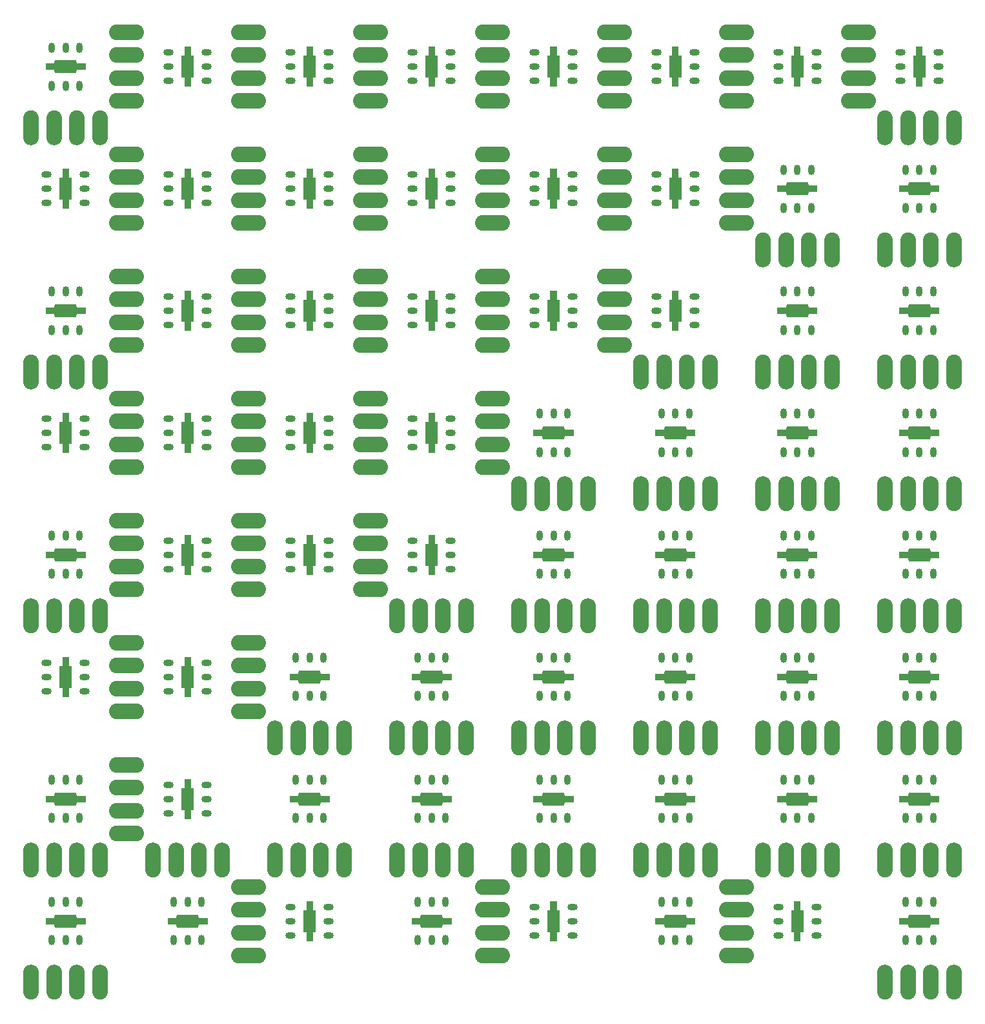
<source format=gts>
G04 DipTrace 2.4.0.2*
%IN64xAPA102x16mm.gts*%
%MOMM*%
%ADD25O,4.55X2.05*%
%ADD26O,1.35X0.85*%
%ADD27O,0.85X1.35*%
%ADD28C,2.05*%
%ADD29O,2.05X4.55*%
%FSLAX53Y53*%
G04*
G71*
G90*
G75*
G01*
%LNTopMask*%
%LPD*%
D29*
X131500Y10000D3*
D28*
Y11250D3*
Y8750D3*
D29*
X134500Y10000D3*
X128500D3*
D28*
Y11250D3*
Y8750D3*
X134500Y11250D3*
Y8750D3*
D29*
X125500Y10000D3*
D28*
Y11250D3*
Y8750D3*
D27*
X16150Y15500D3*
X18000D3*
X19850D3*
Y20500D3*
X18000D3*
X16150D3*
G36*
X20625Y18425D2*
Y17575D1*
X19472D1*
X19422Y17175D1*
X16578D1*
X16528Y17575D1*
X15375D1*
Y18425D1*
X16528D1*
X16578Y18825D1*
X19422D1*
X19472Y18425D1*
X20625D1*
G37*
D29*
X19500Y10000D3*
D28*
Y11250D3*
Y8750D3*
D29*
X22500Y10000D3*
X16500D3*
D28*
Y11250D3*
Y8750D3*
X22500Y11250D3*
Y8750D3*
D29*
X13500Y10000D3*
D28*
Y11250D3*
Y8750D3*
D27*
X16150Y31500D3*
X18000D3*
X19850D3*
Y36500D3*
X18000D3*
X16150D3*
G36*
X20625Y34425D2*
Y33575D1*
X19472D1*
X19422Y33175D1*
X16578D1*
X16528Y33575D1*
X15375D1*
Y34425D1*
X16528D1*
X16578Y34825D1*
X19422D1*
X19472Y34425D1*
X20625D1*
G37*
D29*
X19500Y26000D3*
D28*
Y27250D3*
Y24750D3*
D29*
X22500Y26000D3*
X16500D3*
D28*
Y27250D3*
Y24750D3*
X22500Y27250D3*
Y24750D3*
D29*
X13500Y26000D3*
D28*
Y27250D3*
Y24750D3*
D26*
X31500Y35850D3*
Y34000D3*
Y32150D3*
X36500D3*
Y34000D3*
Y35850D3*
G36*
X34425Y31375D2*
X33575D1*
Y32528D1*
X33175Y32578D1*
Y35422D1*
X33575Y35472D1*
Y36625D1*
X34425D1*
Y35472D1*
X34825Y35422D1*
Y32578D1*
X34425Y32528D1*
Y31375D1*
G37*
D25*
X26000Y32500D3*
D28*
X27250D3*
X24750D3*
D25*
X26000Y29500D3*
Y35500D3*
D28*
X27250D3*
X24750D3*
X27250Y29500D3*
X24750D3*
D25*
X26000Y38500D3*
D28*
X27250D3*
X24750D3*
D27*
X35850Y20500D3*
X34000D3*
X32150D3*
Y15500D3*
X34000D3*
X35850D3*
G36*
X31375Y17575D2*
Y18425D1*
X32528D1*
X32578Y18825D1*
X35422D1*
X35472Y18425D1*
X36625D1*
Y17575D1*
X35472D1*
X35422Y17175D1*
X32578D1*
X32528Y17575D1*
X31375D1*
G37*
D29*
X32500Y26000D3*
D28*
Y24750D3*
Y27250D3*
D29*
X29500Y26000D3*
X35500D3*
D28*
Y24750D3*
Y27250D3*
X29500Y24750D3*
Y27250D3*
D29*
X38500Y26000D3*
D28*
Y24750D3*
Y27250D3*
D26*
X47500Y19850D3*
Y18000D3*
Y16150D3*
X52500D3*
Y18000D3*
Y19850D3*
G36*
X50425Y15375D2*
X49575D1*
Y16528D1*
X49175Y16578D1*
Y19422D1*
X49575Y19472D1*
Y20625D1*
X50425D1*
Y19472D1*
X50825Y19422D1*
Y16578D1*
X50425Y16528D1*
Y15375D1*
G37*
D25*
X42000Y16500D3*
D28*
X43250D3*
X40750D3*
D25*
X42000Y13500D3*
Y19500D3*
D28*
X43250D3*
X40750D3*
X43250Y13500D3*
X40750D3*
D25*
X42000Y22500D3*
D28*
X43250D3*
X40750D3*
D27*
X48150Y31500D3*
X50000D3*
X51850D3*
Y36500D3*
X50000D3*
X48150D3*
G36*
X52625Y34425D2*
Y33575D1*
X51472D1*
X51422Y33175D1*
X48578D1*
X48528Y33575D1*
X47375D1*
Y34425D1*
X48528D1*
X48578Y34825D1*
X51422D1*
X51472Y34425D1*
X52625D1*
G37*
D29*
X51500Y26000D3*
D28*
Y27250D3*
Y24750D3*
D29*
X54500Y26000D3*
X48500D3*
D28*
Y27250D3*
Y24750D3*
X54500Y27250D3*
Y24750D3*
D29*
X45500Y26000D3*
D28*
Y27250D3*
Y24750D3*
D27*
X48150Y47500D3*
X50000D3*
X51850D3*
Y52500D3*
X50000D3*
X48150D3*
G36*
X52625Y50425D2*
Y49575D1*
X51472D1*
X51422Y49175D1*
X48578D1*
X48528Y49575D1*
X47375D1*
Y50425D1*
X48528D1*
X48578Y50825D1*
X51422D1*
X51472Y50425D1*
X52625D1*
G37*
D29*
X51500Y42000D3*
D28*
Y43250D3*
Y40750D3*
D29*
X54500Y42000D3*
X48500D3*
D28*
Y43250D3*
Y40750D3*
X54500Y43250D3*
Y40750D3*
D29*
X45500Y42000D3*
D28*
Y43250D3*
Y40750D3*
D26*
X36500Y48150D3*
Y50000D3*
Y51850D3*
X31500D3*
Y50000D3*
Y48150D3*
G36*
X33575Y52625D2*
X34425D1*
Y51472D1*
X34825Y51422D1*
Y48578D1*
X34425Y48528D1*
Y47375D1*
X33575D1*
Y48528D1*
X33175Y48578D1*
Y51422D1*
X33575Y51472D1*
Y52625D1*
G37*
D25*
X42000Y51500D3*
D28*
X40750D3*
X43250D3*
D25*
X42000Y54500D3*
Y48500D3*
D28*
X40750D3*
X43250D3*
X40750Y54500D3*
X43250D3*
D25*
X42000Y45500D3*
D28*
X40750D3*
X43250D3*
D26*
X20500Y48150D3*
Y50000D3*
Y51850D3*
X15500D3*
Y50000D3*
Y48150D3*
G36*
X17575Y52625D2*
X18425D1*
Y51472D1*
X18825Y51422D1*
Y48578D1*
X18425Y48528D1*
Y47375D1*
X17575D1*
Y48528D1*
X17175Y48578D1*
Y51422D1*
X17575Y51472D1*
Y52625D1*
G37*
D25*
X26000Y51500D3*
D28*
X24750D3*
X27250D3*
D25*
X26000Y54500D3*
Y48500D3*
D28*
X24750D3*
X27250D3*
X24750Y54500D3*
X27250D3*
D25*
X26000Y45500D3*
D28*
X24750D3*
X27250D3*
D27*
X16150Y63500D3*
X18000D3*
X19850D3*
Y68500D3*
X18000D3*
X16150D3*
G36*
X20625Y66425D2*
Y65575D1*
X19472D1*
X19422Y65175D1*
X16578D1*
X16528Y65575D1*
X15375D1*
Y66425D1*
X16528D1*
X16578Y66825D1*
X19422D1*
X19472Y66425D1*
X20625D1*
G37*
D29*
X19500Y58000D3*
D28*
Y59250D3*
Y56750D3*
D29*
X22500Y58000D3*
X16500D3*
D28*
Y59250D3*
Y56750D3*
X22500Y59250D3*
Y56750D3*
D29*
X13500Y58000D3*
D28*
Y59250D3*
Y56750D3*
D26*
X31500Y67850D3*
Y66000D3*
Y64150D3*
X36500D3*
Y66000D3*
Y67850D3*
G36*
X34425Y63375D2*
X33575D1*
Y64528D1*
X33175Y64578D1*
Y67422D1*
X33575Y67472D1*
Y68625D1*
X34425D1*
Y67472D1*
X34825Y67422D1*
Y64578D1*
X34425Y64528D1*
Y63375D1*
G37*
D25*
X26000Y64500D3*
D28*
X27250D3*
X24750D3*
D25*
X26000Y61500D3*
Y67500D3*
D28*
X27250D3*
X24750D3*
X27250Y61500D3*
X24750D3*
D25*
X26000Y70500D3*
D28*
X27250D3*
X24750D3*
D26*
X47500Y67850D3*
Y66000D3*
Y64150D3*
X52500D3*
Y66000D3*
Y67850D3*
G36*
X50425Y63375D2*
X49575D1*
Y64528D1*
X49175Y64578D1*
Y67422D1*
X49575Y67472D1*
Y68625D1*
X50425D1*
Y67472D1*
X50825Y67422D1*
Y64578D1*
X50425Y64528D1*
Y63375D1*
G37*
D25*
X42000Y64500D3*
D28*
X43250D3*
X40750D3*
D25*
X42000Y61500D3*
Y67500D3*
D28*
X43250D3*
X40750D3*
X43250Y61500D3*
X40750D3*
D25*
X42000Y70500D3*
D28*
X43250D3*
X40750D3*
D26*
X63500Y67850D3*
Y66000D3*
Y64150D3*
X68500D3*
Y66000D3*
Y67850D3*
G36*
X66425Y63375D2*
X65575D1*
Y64528D1*
X65175Y64578D1*
Y67422D1*
X65575Y67472D1*
Y68625D1*
X66425D1*
Y67472D1*
X66825Y67422D1*
Y64578D1*
X66425Y64528D1*
Y63375D1*
G37*
D25*
X58000Y64500D3*
D28*
X59250D3*
X56750D3*
D25*
X58000Y61500D3*
Y67500D3*
D28*
X59250D3*
X56750D3*
X59250Y61500D3*
X56750D3*
D25*
X58000Y70500D3*
D28*
X59250D3*
X56750D3*
D27*
X67850Y52500D3*
X66000D3*
X64150D3*
Y47500D3*
X66000D3*
X67850D3*
G36*
X63375Y49575D2*
Y50425D1*
X64528D1*
X64578Y50825D1*
X67422D1*
X67472Y50425D1*
X68625D1*
Y49575D1*
X67472D1*
X67422Y49175D1*
X64578D1*
X64528Y49575D1*
X63375D1*
G37*
D29*
X64500Y58000D3*
D28*
Y56750D3*
Y59250D3*
D29*
X61500Y58000D3*
X67500D3*
D28*
Y56750D3*
Y59250D3*
X61500Y56750D3*
Y59250D3*
D29*
X70500Y58000D3*
D28*
Y56750D3*
Y59250D3*
D27*
X67850Y36500D3*
X66000D3*
X64150D3*
Y31500D3*
X66000D3*
X67850D3*
G36*
X63375Y33575D2*
Y34425D1*
X64528D1*
X64578Y34825D1*
X67422D1*
X67472Y34425D1*
X68625D1*
Y33575D1*
X67472D1*
X67422Y33175D1*
X64578D1*
X64528Y33575D1*
X63375D1*
G37*
D29*
X64500Y42000D3*
D28*
Y40750D3*
Y43250D3*
D29*
X61500Y42000D3*
X67500D3*
D28*
Y40750D3*
Y43250D3*
X61500Y40750D3*
Y43250D3*
D29*
X70500Y42000D3*
D28*
Y40750D3*
Y43250D3*
D27*
X67850Y20500D3*
X66000D3*
X64150D3*
Y15500D3*
X66000D3*
X67850D3*
G36*
X63375Y17575D2*
Y18425D1*
X64528D1*
X64578Y18825D1*
X67422D1*
X67472Y18425D1*
X68625D1*
Y17575D1*
X67472D1*
X67422Y17175D1*
X64578D1*
X64528Y17575D1*
X63375D1*
G37*
D29*
X64500Y26000D3*
D28*
Y24750D3*
Y27250D3*
D29*
X61500Y26000D3*
X67500D3*
D28*
Y24750D3*
Y27250D3*
X61500Y24750D3*
Y27250D3*
D29*
X70500Y26000D3*
D28*
Y24750D3*
Y27250D3*
D26*
X79500Y19850D3*
Y18000D3*
Y16150D3*
X84500D3*
Y18000D3*
Y19850D3*
G36*
X82425Y15375D2*
X81575D1*
Y16528D1*
X81175Y16578D1*
Y19422D1*
X81575Y19472D1*
Y20625D1*
X82425D1*
Y19472D1*
X82825Y19422D1*
Y16578D1*
X82425Y16528D1*
Y15375D1*
G37*
D25*
X74000Y16500D3*
D28*
X75250D3*
X72750D3*
D25*
X74000Y13500D3*
Y19500D3*
D28*
X75250D3*
X72750D3*
X75250Y13500D3*
X72750D3*
D25*
X74000Y22500D3*
D28*
X75250D3*
X72750D3*
D27*
X80150Y31500D3*
X82000D3*
X83850D3*
Y36500D3*
X82000D3*
X80150D3*
G36*
X84625Y34425D2*
Y33575D1*
X83472D1*
X83422Y33175D1*
X80578D1*
X80528Y33575D1*
X79375D1*
Y34425D1*
X80528D1*
X80578Y34825D1*
X83422D1*
X83472Y34425D1*
X84625D1*
G37*
D29*
X83500Y26000D3*
D28*
Y27250D3*
Y24750D3*
D29*
X86500Y26000D3*
X80500D3*
D28*
Y27250D3*
Y24750D3*
X86500Y27250D3*
Y24750D3*
D29*
X77500Y26000D3*
D28*
Y27250D3*
Y24750D3*
D27*
X80150Y47500D3*
X82000D3*
X83850D3*
Y52500D3*
X82000D3*
X80150D3*
G36*
X84625Y50425D2*
Y49575D1*
X83472D1*
X83422Y49175D1*
X80578D1*
X80528Y49575D1*
X79375D1*
Y50425D1*
X80528D1*
X80578Y50825D1*
X83422D1*
X83472Y50425D1*
X84625D1*
G37*
D29*
X83500Y42000D3*
D28*
Y43250D3*
Y40750D3*
D29*
X86500Y42000D3*
X80500D3*
D28*
Y43250D3*
Y40750D3*
X86500Y43250D3*
Y40750D3*
D29*
X77500Y42000D3*
D28*
Y43250D3*
Y40750D3*
D27*
X80150Y63500D3*
X82000D3*
X83850D3*
Y68500D3*
X82000D3*
X80150D3*
G36*
X84625Y66425D2*
Y65575D1*
X83472D1*
X83422Y65175D1*
X80578D1*
X80528Y65575D1*
X79375D1*
Y66425D1*
X80528D1*
X80578Y66825D1*
X83422D1*
X83472Y66425D1*
X84625D1*
G37*
D29*
X83500Y58000D3*
D28*
Y59250D3*
Y56750D3*
D29*
X86500Y58000D3*
X80500D3*
D28*
Y59250D3*
Y56750D3*
X86500Y59250D3*
Y56750D3*
D29*
X77500Y58000D3*
D28*
Y59250D3*
Y56750D3*
D27*
X80150Y79500D3*
X82000D3*
X83850D3*
Y84500D3*
X82000D3*
X80150D3*
G36*
X84625Y82425D2*
Y81575D1*
X83472D1*
X83422Y81175D1*
X80578D1*
X80528Y81575D1*
X79375D1*
Y82425D1*
X80528D1*
X80578Y82825D1*
X83422D1*
X83472Y82425D1*
X84625D1*
G37*
D29*
X83500Y74000D3*
D28*
Y75250D3*
Y72750D3*
D29*
X86500Y74000D3*
X80500D3*
D28*
Y75250D3*
Y72750D3*
X86500Y75250D3*
Y72750D3*
D29*
X77500Y74000D3*
D28*
Y75250D3*
Y72750D3*
D26*
X68500Y80150D3*
Y82000D3*
Y83850D3*
X63500D3*
Y82000D3*
Y80150D3*
G36*
X65575Y84625D2*
X66425D1*
Y83472D1*
X66825Y83422D1*
Y80578D1*
X66425Y80528D1*
Y79375D1*
X65575D1*
Y80528D1*
X65175Y80578D1*
Y83422D1*
X65575Y83472D1*
Y84625D1*
G37*
D25*
X74000Y83500D3*
D28*
X72750D3*
X75250D3*
D25*
X74000Y86500D3*
Y80500D3*
D28*
X72750D3*
X75250D3*
X72750Y86500D3*
X75250D3*
D25*
X74000Y77500D3*
D28*
X72750D3*
X75250D3*
D26*
X52500Y80150D3*
Y82000D3*
Y83850D3*
X47500D3*
Y82000D3*
Y80150D3*
G36*
X49575Y84625D2*
X50425D1*
Y83472D1*
X50825Y83422D1*
Y80578D1*
X50425Y80528D1*
Y79375D1*
X49575D1*
Y80528D1*
X49175Y80578D1*
Y83422D1*
X49575Y83472D1*
Y84625D1*
G37*
D25*
X58000Y83500D3*
D28*
X56750D3*
X59250D3*
D25*
X58000Y86500D3*
Y80500D3*
D28*
X56750D3*
X59250D3*
X56750Y86500D3*
X59250D3*
D25*
X58000Y77500D3*
D28*
X56750D3*
X59250D3*
D26*
X36500Y80150D3*
Y82000D3*
Y83850D3*
X31500D3*
Y82000D3*
Y80150D3*
G36*
X33575Y84625D2*
X34425D1*
Y83472D1*
X34825Y83422D1*
Y80578D1*
X34425Y80528D1*
Y79375D1*
X33575D1*
Y80528D1*
X33175Y80578D1*
Y83422D1*
X33575Y83472D1*
Y84625D1*
G37*
D25*
X42000Y83500D3*
D28*
X40750D3*
X43250D3*
D25*
X42000Y86500D3*
Y80500D3*
D28*
X40750D3*
X43250D3*
X40750Y86500D3*
X43250D3*
D25*
X42000Y77500D3*
D28*
X40750D3*
X43250D3*
D26*
X20500Y80150D3*
Y82000D3*
Y83850D3*
X15500D3*
Y82000D3*
Y80150D3*
G36*
X17575Y84625D2*
X18425D1*
Y83472D1*
X18825Y83422D1*
Y80578D1*
X18425Y80528D1*
Y79375D1*
X17575D1*
Y80528D1*
X17175Y80578D1*
Y83422D1*
X17575Y83472D1*
Y84625D1*
G37*
D25*
X26000Y83500D3*
D28*
X24750D3*
X27250D3*
D25*
X26000Y86500D3*
Y80500D3*
D28*
X24750D3*
X27250D3*
X24750Y86500D3*
X27250D3*
D25*
X26000Y77500D3*
D28*
X24750D3*
X27250D3*
D27*
X16150Y95500D3*
X18000D3*
X19850D3*
Y100500D3*
X18000D3*
X16150D3*
G36*
X20625Y98425D2*
Y97575D1*
X19472D1*
X19422Y97175D1*
X16578D1*
X16528Y97575D1*
X15375D1*
Y98425D1*
X16528D1*
X16578Y98825D1*
X19422D1*
X19472Y98425D1*
X20625D1*
G37*
D29*
X19500Y90000D3*
D28*
Y91250D3*
Y88750D3*
D29*
X22500Y90000D3*
X16500D3*
D28*
Y91250D3*
Y88750D3*
X22500Y91250D3*
Y88750D3*
D29*
X13500Y90000D3*
D28*
Y91250D3*
Y88750D3*
D26*
X31500Y99850D3*
Y98000D3*
Y96150D3*
X36500D3*
Y98000D3*
Y99850D3*
G36*
X34425Y95375D2*
X33575D1*
Y96528D1*
X33175Y96578D1*
Y99422D1*
X33575Y99472D1*
Y100625D1*
X34425D1*
Y99472D1*
X34825Y99422D1*
Y96578D1*
X34425Y96528D1*
Y95375D1*
G37*
D25*
X26000Y96500D3*
D28*
X27250D3*
X24750D3*
D25*
X26000Y93500D3*
Y99500D3*
D28*
X27250D3*
X24750D3*
X27250Y93500D3*
X24750D3*
D25*
X26000Y102500D3*
D28*
X27250D3*
X24750D3*
D26*
X47500Y99850D3*
Y98000D3*
Y96150D3*
X52500D3*
Y98000D3*
Y99850D3*
G36*
X50425Y95375D2*
X49575D1*
Y96528D1*
X49175Y96578D1*
Y99422D1*
X49575Y99472D1*
Y100625D1*
X50425D1*
Y99472D1*
X50825Y99422D1*
Y96578D1*
X50425Y96528D1*
Y95375D1*
G37*
D25*
X42000Y96500D3*
D28*
X43250D3*
X40750D3*
D25*
X42000Y93500D3*
Y99500D3*
D28*
X43250D3*
X40750D3*
X43250Y93500D3*
X40750D3*
D25*
X42000Y102500D3*
D28*
X43250D3*
X40750D3*
D26*
X63500Y99850D3*
Y98000D3*
Y96150D3*
X68500D3*
Y98000D3*
Y99850D3*
G36*
X66425Y95375D2*
X65575D1*
Y96528D1*
X65175Y96578D1*
Y99422D1*
X65575Y99472D1*
Y100625D1*
X66425D1*
Y99472D1*
X66825Y99422D1*
Y96578D1*
X66425Y96528D1*
Y95375D1*
G37*
D25*
X58000Y96500D3*
D28*
X59250D3*
X56750D3*
D25*
X58000Y93500D3*
Y99500D3*
D28*
X59250D3*
X56750D3*
X59250Y93500D3*
X56750D3*
D25*
X58000Y102500D3*
D28*
X59250D3*
X56750D3*
D26*
X79500Y99850D3*
Y98000D3*
Y96150D3*
X84500D3*
Y98000D3*
Y99850D3*
G36*
X82425Y95375D2*
X81575D1*
Y96528D1*
X81175Y96578D1*
Y99422D1*
X81575Y99472D1*
Y100625D1*
X82425D1*
Y99472D1*
X82825Y99422D1*
Y96578D1*
X82425Y96528D1*
Y95375D1*
G37*
D25*
X74000Y96500D3*
D28*
X75250D3*
X72750D3*
D25*
X74000Y93500D3*
Y99500D3*
D28*
X75250D3*
X72750D3*
X75250Y93500D3*
X72750D3*
D25*
X74000Y102500D3*
D28*
X75250D3*
X72750D3*
D26*
X95500Y99850D3*
Y98000D3*
Y96150D3*
X100500D3*
Y98000D3*
Y99850D3*
G36*
X98425Y95375D2*
X97575D1*
Y96528D1*
X97175Y96578D1*
Y99422D1*
X97575Y99472D1*
Y100625D1*
X98425D1*
Y99472D1*
X98825Y99422D1*
Y96578D1*
X98425Y96528D1*
Y95375D1*
G37*
D25*
X90000Y96500D3*
D28*
X91250D3*
X88750D3*
D25*
X90000Y93500D3*
Y99500D3*
D28*
X91250D3*
X88750D3*
X91250Y93500D3*
X88750D3*
D25*
X90000Y102500D3*
D28*
X91250D3*
X88750D3*
D27*
X99850Y84500D3*
X98000D3*
X96150D3*
Y79500D3*
X98000D3*
X99850D3*
G36*
X95375Y81575D2*
Y82425D1*
X96528D1*
X96578Y82825D1*
X99422D1*
X99472Y82425D1*
X100625D1*
Y81575D1*
X99472D1*
X99422Y81175D1*
X96578D1*
X96528Y81575D1*
X95375D1*
G37*
D29*
X96500Y90000D3*
D28*
Y88750D3*
Y91250D3*
D29*
X93500Y90000D3*
X99500D3*
D28*
Y88750D3*
Y91250D3*
X93500Y88750D3*
Y91250D3*
D29*
X102500Y90000D3*
D28*
Y88750D3*
Y91250D3*
D27*
X99850Y68500D3*
X98000D3*
X96150D3*
Y63500D3*
X98000D3*
X99850D3*
G36*
X95375Y65575D2*
Y66425D1*
X96528D1*
X96578Y66825D1*
X99422D1*
X99472Y66425D1*
X100625D1*
Y65575D1*
X99472D1*
X99422Y65175D1*
X96578D1*
X96528Y65575D1*
X95375D1*
G37*
D29*
X96500Y74000D3*
D28*
Y72750D3*
Y75250D3*
D29*
X93500Y74000D3*
X99500D3*
D28*
Y72750D3*
Y75250D3*
X93500Y72750D3*
Y75250D3*
D29*
X102500Y74000D3*
D28*
Y72750D3*
Y75250D3*
D27*
X99850Y52500D3*
X98000D3*
X96150D3*
Y47500D3*
X98000D3*
X99850D3*
G36*
X95375Y49575D2*
Y50425D1*
X96528D1*
X96578Y50825D1*
X99422D1*
X99472Y50425D1*
X100625D1*
Y49575D1*
X99472D1*
X99422Y49175D1*
X96578D1*
X96528Y49575D1*
X95375D1*
G37*
D29*
X96500Y58000D3*
D28*
Y56750D3*
Y59250D3*
D29*
X93500Y58000D3*
X99500D3*
D28*
Y56750D3*
Y59250D3*
X93500Y56750D3*
Y59250D3*
D29*
X102500Y58000D3*
D28*
Y56750D3*
Y59250D3*
D27*
X99850Y36500D3*
X98000D3*
X96150D3*
Y31500D3*
X98000D3*
X99850D3*
G36*
X95375Y33575D2*
Y34425D1*
X96528D1*
X96578Y34825D1*
X99422D1*
X99472Y34425D1*
X100625D1*
Y33575D1*
X99472D1*
X99422Y33175D1*
X96578D1*
X96528Y33575D1*
X95375D1*
G37*
D29*
X96500Y42000D3*
D28*
Y40750D3*
Y43250D3*
D29*
X93500Y42000D3*
X99500D3*
D28*
Y40750D3*
Y43250D3*
X93500Y40750D3*
Y43250D3*
D29*
X102500Y42000D3*
D28*
Y40750D3*
Y43250D3*
D27*
X99850Y20500D3*
X98000D3*
X96150D3*
Y15500D3*
X98000D3*
X99850D3*
G36*
X95375Y17575D2*
Y18425D1*
X96528D1*
X96578Y18825D1*
X99422D1*
X99472Y18425D1*
X100625D1*
Y17575D1*
X99472D1*
X99422Y17175D1*
X96578D1*
X96528Y17575D1*
X95375D1*
G37*
D29*
X96500Y26000D3*
D28*
Y24750D3*
Y27250D3*
D29*
X93500Y26000D3*
X99500D3*
D28*
Y24750D3*
Y27250D3*
X93500Y24750D3*
Y27250D3*
D29*
X102500Y26000D3*
D28*
Y24750D3*
Y27250D3*
D26*
X111500Y19850D3*
Y18000D3*
Y16150D3*
X116500D3*
Y18000D3*
Y19850D3*
G36*
X114425Y15375D2*
X113575D1*
Y16528D1*
X113175Y16578D1*
Y19422D1*
X113575Y19472D1*
Y20625D1*
X114425D1*
Y19472D1*
X114825Y19422D1*
Y16578D1*
X114425Y16528D1*
Y15375D1*
G37*
D25*
X106000Y16500D3*
D28*
X107250D3*
X104750D3*
D25*
X106000Y13500D3*
Y19500D3*
D28*
X107250D3*
X104750D3*
X107250Y13500D3*
X104750D3*
D25*
X106000Y22500D3*
D28*
X107250D3*
X104750D3*
D27*
X112150Y31500D3*
X114000D3*
X115850D3*
Y36500D3*
X114000D3*
X112150D3*
G36*
X116625Y34425D2*
Y33575D1*
X115472D1*
X115422Y33175D1*
X112578D1*
X112528Y33575D1*
X111375D1*
Y34425D1*
X112528D1*
X112578Y34825D1*
X115422D1*
X115472Y34425D1*
X116625D1*
G37*
D29*
X115500Y26000D3*
D28*
Y27250D3*
Y24750D3*
D29*
X118500Y26000D3*
X112500D3*
D28*
Y27250D3*
Y24750D3*
X118500Y27250D3*
Y24750D3*
D29*
X109500Y26000D3*
D28*
Y27250D3*
Y24750D3*
D27*
X112150Y47500D3*
X114000D3*
X115850D3*
Y52500D3*
X114000D3*
X112150D3*
G36*
X116625Y50425D2*
Y49575D1*
X115472D1*
X115422Y49175D1*
X112578D1*
X112528Y49575D1*
X111375D1*
Y50425D1*
X112528D1*
X112578Y50825D1*
X115422D1*
X115472Y50425D1*
X116625D1*
G37*
D29*
X115500Y42000D3*
D28*
Y43250D3*
Y40750D3*
D29*
X118500Y42000D3*
X112500D3*
D28*
Y43250D3*
Y40750D3*
X118500Y43250D3*
Y40750D3*
D29*
X109500Y42000D3*
D28*
Y43250D3*
Y40750D3*
D27*
X112150Y63500D3*
X114000D3*
X115850D3*
Y68500D3*
X114000D3*
X112150D3*
G36*
X116625Y66425D2*
Y65575D1*
X115472D1*
X115422Y65175D1*
X112578D1*
X112528Y65575D1*
X111375D1*
Y66425D1*
X112528D1*
X112578Y66825D1*
X115422D1*
X115472Y66425D1*
X116625D1*
G37*
D29*
X115500Y58000D3*
D28*
Y59250D3*
Y56750D3*
D29*
X118500Y58000D3*
X112500D3*
D28*
Y59250D3*
Y56750D3*
X118500Y59250D3*
Y56750D3*
D29*
X109500Y58000D3*
D28*
Y59250D3*
Y56750D3*
D27*
X112150Y79500D3*
X114000D3*
X115850D3*
Y84500D3*
X114000D3*
X112150D3*
G36*
X116625Y82425D2*
Y81575D1*
X115472D1*
X115422Y81175D1*
X112578D1*
X112528Y81575D1*
X111375D1*
Y82425D1*
X112528D1*
X112578Y82825D1*
X115422D1*
X115472Y82425D1*
X116625D1*
G37*
D29*
X115500Y74000D3*
D28*
Y75250D3*
Y72750D3*
D29*
X118500Y74000D3*
X112500D3*
D28*
Y75250D3*
Y72750D3*
X118500Y75250D3*
Y72750D3*
D29*
X109500Y74000D3*
D28*
Y75250D3*
Y72750D3*
D27*
X112150Y95500D3*
X114000D3*
X115850D3*
Y100500D3*
X114000D3*
X112150D3*
G36*
X116625Y98425D2*
Y97575D1*
X115472D1*
X115422Y97175D1*
X112578D1*
X112528Y97575D1*
X111375D1*
Y98425D1*
X112528D1*
X112578Y98825D1*
X115422D1*
X115472Y98425D1*
X116625D1*
G37*
D29*
X115500Y90000D3*
D28*
Y91250D3*
Y88750D3*
D29*
X118500Y90000D3*
X112500D3*
D28*
Y91250D3*
Y88750D3*
X118500Y91250D3*
Y88750D3*
D29*
X109500Y90000D3*
D28*
Y91250D3*
Y88750D3*
D27*
X112150Y111500D3*
X114000D3*
X115850D3*
Y116500D3*
X114000D3*
X112150D3*
G36*
X116625Y114425D2*
Y113575D1*
X115472D1*
X115422Y113175D1*
X112578D1*
X112528Y113575D1*
X111375D1*
Y114425D1*
X112528D1*
X112578Y114825D1*
X115422D1*
X115472Y114425D1*
X116625D1*
G37*
D29*
X115500Y106000D3*
D28*
Y107250D3*
Y104750D3*
D29*
X118500Y106000D3*
X112500D3*
D28*
Y107250D3*
Y104750D3*
X118500Y107250D3*
Y104750D3*
D29*
X109500Y106000D3*
D28*
Y107250D3*
Y104750D3*
D26*
X100500Y112150D3*
Y114000D3*
Y115850D3*
X95500D3*
Y114000D3*
Y112150D3*
G36*
X97575Y116625D2*
X98425D1*
Y115472D1*
X98825Y115422D1*
Y112578D1*
X98425Y112528D1*
Y111375D1*
X97575D1*
Y112528D1*
X97175Y112578D1*
Y115422D1*
X97575Y115472D1*
Y116625D1*
G37*
D25*
X106000Y115500D3*
D28*
X104750D3*
X107250D3*
D25*
X106000Y118500D3*
Y112500D3*
D28*
X104750D3*
X107250D3*
X104750Y118500D3*
X107250D3*
D25*
X106000Y109500D3*
D28*
X104750D3*
X107250D3*
D26*
X84500Y112150D3*
Y114000D3*
Y115850D3*
X79500D3*
Y114000D3*
Y112150D3*
G36*
X81575Y116625D2*
X82425D1*
Y115472D1*
X82825Y115422D1*
Y112578D1*
X82425Y112528D1*
Y111375D1*
X81575D1*
Y112528D1*
X81175Y112578D1*
Y115422D1*
X81575Y115472D1*
Y116625D1*
G37*
D25*
X90000Y115500D3*
D28*
X88750D3*
X91250D3*
D25*
X90000Y118500D3*
Y112500D3*
D28*
X88750D3*
X91250D3*
X88750Y118500D3*
X91250D3*
D25*
X90000Y109500D3*
D28*
X88750D3*
X91250D3*
D26*
X68500Y112150D3*
Y114000D3*
Y115850D3*
X63500D3*
Y114000D3*
Y112150D3*
G36*
X65575Y116625D2*
X66425D1*
Y115472D1*
X66825Y115422D1*
Y112578D1*
X66425Y112528D1*
Y111375D1*
X65575D1*
Y112528D1*
X65175Y112578D1*
Y115422D1*
X65575Y115472D1*
Y116625D1*
G37*
D25*
X74000Y115500D3*
D28*
X72750D3*
X75250D3*
D25*
X74000Y118500D3*
Y112500D3*
D28*
X72750D3*
X75250D3*
X72750Y118500D3*
X75250D3*
D25*
X74000Y109500D3*
D28*
X72750D3*
X75250D3*
D26*
X52500Y112150D3*
Y114000D3*
Y115850D3*
X47500D3*
Y114000D3*
Y112150D3*
G36*
X49575Y116625D2*
X50425D1*
Y115472D1*
X50825Y115422D1*
Y112578D1*
X50425Y112528D1*
Y111375D1*
X49575D1*
Y112528D1*
X49175Y112578D1*
Y115422D1*
X49575Y115472D1*
Y116625D1*
G37*
D25*
X58000Y115500D3*
D28*
X56750D3*
X59250D3*
D25*
X58000Y118500D3*
Y112500D3*
D28*
X56750D3*
X59250D3*
X56750Y118500D3*
X59250D3*
D25*
X58000Y109500D3*
D28*
X56750D3*
X59250D3*
D26*
X36500Y112150D3*
Y114000D3*
Y115850D3*
X31500D3*
Y114000D3*
Y112150D3*
G36*
X33575Y116625D2*
X34425D1*
Y115472D1*
X34825Y115422D1*
Y112578D1*
X34425Y112528D1*
Y111375D1*
X33575D1*
Y112528D1*
X33175Y112578D1*
Y115422D1*
X33575Y115472D1*
Y116625D1*
G37*
D25*
X42000Y115500D3*
D28*
X40750D3*
X43250D3*
D25*
X42000Y118500D3*
Y112500D3*
D28*
X40750D3*
X43250D3*
X40750Y118500D3*
X43250D3*
D25*
X42000Y109500D3*
D28*
X40750D3*
X43250D3*
D26*
X20500Y112150D3*
Y114000D3*
Y115850D3*
X15500D3*
Y114000D3*
Y112150D3*
G36*
X17575Y116625D2*
X18425D1*
Y115472D1*
X18825Y115422D1*
Y112578D1*
X18425Y112528D1*
Y111375D1*
X17575D1*
Y112528D1*
X17175Y112578D1*
Y115422D1*
X17575Y115472D1*
Y116625D1*
G37*
D25*
X26000Y115500D3*
D28*
X24750D3*
X27250D3*
D25*
X26000Y118500D3*
Y112500D3*
D28*
X24750D3*
X27250D3*
X24750Y118500D3*
X27250D3*
D25*
X26000Y109500D3*
D28*
X24750D3*
X27250D3*
D27*
X16150Y127500D3*
X18000D3*
X19850D3*
Y132500D3*
X18000D3*
X16150D3*
G36*
X20625Y130425D2*
Y129575D1*
X19472D1*
X19422Y129175D1*
X16578D1*
X16528Y129575D1*
X15375D1*
Y130425D1*
X16528D1*
X16578Y130825D1*
X19422D1*
X19472Y130425D1*
X20625D1*
G37*
D29*
X19500Y122000D3*
D28*
Y123250D3*
Y120750D3*
D29*
X22500Y122000D3*
X16500D3*
D28*
Y123250D3*
Y120750D3*
X22500Y123250D3*
Y120750D3*
D29*
X13500Y122000D3*
D28*
Y123250D3*
Y120750D3*
D26*
X31500Y131850D3*
Y130000D3*
Y128150D3*
X36500D3*
Y130000D3*
Y131850D3*
G36*
X34425Y127375D2*
X33575D1*
Y128528D1*
X33175Y128578D1*
Y131422D1*
X33575Y131472D1*
Y132625D1*
X34425D1*
Y131472D1*
X34825Y131422D1*
Y128578D1*
X34425Y128528D1*
Y127375D1*
G37*
D25*
X26000Y128500D3*
D28*
X27250D3*
X24750D3*
D25*
X26000Y125500D3*
Y131500D3*
D28*
X27250D3*
X24750D3*
X27250Y125500D3*
X24750D3*
D25*
X26000Y134500D3*
D28*
X27250D3*
X24750D3*
D26*
X47500Y131850D3*
Y130000D3*
Y128150D3*
X52500D3*
Y130000D3*
Y131850D3*
G36*
X50425Y127375D2*
X49575D1*
Y128528D1*
X49175Y128578D1*
Y131422D1*
X49575Y131472D1*
Y132625D1*
X50425D1*
Y131472D1*
X50825Y131422D1*
Y128578D1*
X50425Y128528D1*
Y127375D1*
G37*
D25*
X42000Y128500D3*
D28*
X43250D3*
X40750D3*
D25*
X42000Y125500D3*
Y131500D3*
D28*
X43250D3*
X40750D3*
X43250Y125500D3*
X40750D3*
D25*
X42000Y134500D3*
D28*
X43250D3*
X40750D3*
D26*
X63500Y131850D3*
Y130000D3*
Y128150D3*
X68500D3*
Y130000D3*
Y131850D3*
G36*
X66425Y127375D2*
X65575D1*
Y128528D1*
X65175Y128578D1*
Y131422D1*
X65575Y131472D1*
Y132625D1*
X66425D1*
Y131472D1*
X66825Y131422D1*
Y128578D1*
X66425Y128528D1*
Y127375D1*
G37*
D25*
X58000Y128500D3*
D28*
X59250D3*
X56750D3*
D25*
X58000Y125500D3*
Y131500D3*
D28*
X59250D3*
X56750D3*
X59250Y125500D3*
X56750D3*
D25*
X58000Y134500D3*
D28*
X59250D3*
X56750D3*
D26*
X79500Y131850D3*
Y130000D3*
Y128150D3*
X84500D3*
Y130000D3*
Y131850D3*
G36*
X82425Y127375D2*
X81575D1*
Y128528D1*
X81175Y128578D1*
Y131422D1*
X81575Y131472D1*
Y132625D1*
X82425D1*
Y131472D1*
X82825Y131422D1*
Y128578D1*
X82425Y128528D1*
Y127375D1*
G37*
D25*
X74000Y128500D3*
D28*
X75250D3*
X72750D3*
D25*
X74000Y125500D3*
Y131500D3*
D28*
X75250D3*
X72750D3*
X75250Y125500D3*
X72750D3*
D25*
X74000Y134500D3*
D28*
X75250D3*
X72750D3*
D26*
X95500Y131850D3*
Y130000D3*
Y128150D3*
X100500D3*
Y130000D3*
Y131850D3*
G36*
X98425Y127375D2*
X97575D1*
Y128528D1*
X97175Y128578D1*
Y131422D1*
X97575Y131472D1*
Y132625D1*
X98425D1*
Y131472D1*
X98825Y131422D1*
Y128578D1*
X98425Y128528D1*
Y127375D1*
G37*
D25*
X90000Y128500D3*
D28*
X91250D3*
X88750D3*
D25*
X90000Y125500D3*
Y131500D3*
D28*
X91250D3*
X88750D3*
X91250Y125500D3*
X88750D3*
D25*
X90000Y134500D3*
D28*
X91250D3*
X88750D3*
D26*
X111500Y131850D3*
Y130000D3*
Y128150D3*
X116500D3*
Y130000D3*
Y131850D3*
G36*
X114425Y127375D2*
X113575D1*
Y128528D1*
X113175Y128578D1*
Y131422D1*
X113575Y131472D1*
Y132625D1*
X114425D1*
Y131472D1*
X114825Y131422D1*
Y128578D1*
X114425Y128528D1*
Y127375D1*
G37*
D25*
X106000Y128500D3*
D28*
X107250D3*
X104750D3*
D25*
X106000Y125500D3*
Y131500D3*
D28*
X107250D3*
X104750D3*
X107250Y125500D3*
X104750D3*
D25*
X106000Y134500D3*
D28*
X107250D3*
X104750D3*
D26*
X127500Y131850D3*
Y130000D3*
Y128150D3*
X132500D3*
Y130000D3*
Y131850D3*
G36*
X130425Y127375D2*
X129575D1*
Y128528D1*
X129175Y128578D1*
Y131422D1*
X129575Y131472D1*
Y132625D1*
X130425D1*
Y131472D1*
X130825Y131422D1*
Y128578D1*
X130425Y128528D1*
Y127375D1*
G37*
D25*
X122000Y128500D3*
D28*
X123250D3*
X120750D3*
D25*
X122000Y125500D3*
Y131500D3*
D28*
X123250D3*
X120750D3*
X123250Y125500D3*
X120750D3*
D25*
X122000Y134500D3*
D28*
X123250D3*
X120750D3*
D27*
X131850Y116500D3*
X130000D3*
X128150D3*
Y111500D3*
X130000D3*
X131850D3*
G36*
X127375Y113575D2*
Y114425D1*
X128528D1*
X128578Y114825D1*
X131422D1*
X131472Y114425D1*
X132625D1*
Y113575D1*
X131472D1*
X131422Y113175D1*
X128578D1*
X128528Y113575D1*
X127375D1*
G37*
D29*
X128500Y122000D3*
D28*
Y120750D3*
Y123250D3*
D29*
X125500Y122000D3*
X131500D3*
D28*
Y120750D3*
Y123250D3*
X125500Y120750D3*
Y123250D3*
D29*
X134500Y122000D3*
D28*
Y120750D3*
Y123250D3*
D27*
X131850Y100500D3*
X130000D3*
X128150D3*
Y95500D3*
X130000D3*
X131850D3*
G36*
X127375Y97575D2*
Y98425D1*
X128528D1*
X128578Y98825D1*
X131422D1*
X131472Y98425D1*
X132625D1*
Y97575D1*
X131472D1*
X131422Y97175D1*
X128578D1*
X128528Y97575D1*
X127375D1*
G37*
D29*
X128500Y106000D3*
D28*
Y104750D3*
Y107250D3*
D29*
X125500Y106000D3*
X131500D3*
D28*
Y104750D3*
Y107250D3*
X125500Y104750D3*
Y107250D3*
D29*
X134500Y106000D3*
D28*
Y104750D3*
Y107250D3*
D27*
X131850Y84500D3*
X130000D3*
X128150D3*
Y79500D3*
X130000D3*
X131850D3*
G36*
X127375Y81575D2*
Y82425D1*
X128528D1*
X128578Y82825D1*
X131422D1*
X131472Y82425D1*
X132625D1*
Y81575D1*
X131472D1*
X131422Y81175D1*
X128578D1*
X128528Y81575D1*
X127375D1*
G37*
D29*
X128500Y90000D3*
D28*
Y88750D3*
Y91250D3*
D29*
X125500Y90000D3*
X131500D3*
D28*
Y88750D3*
Y91250D3*
X125500Y88750D3*
Y91250D3*
D29*
X134500Y90000D3*
D28*
Y88750D3*
Y91250D3*
D27*
X131850Y68500D3*
X130000D3*
X128150D3*
Y63500D3*
X130000D3*
X131850D3*
G36*
X127375Y65575D2*
Y66425D1*
X128528D1*
X128578Y66825D1*
X131422D1*
X131472Y66425D1*
X132625D1*
Y65575D1*
X131472D1*
X131422Y65175D1*
X128578D1*
X128528Y65575D1*
X127375D1*
G37*
D29*
X128500Y74000D3*
D28*
Y72750D3*
Y75250D3*
D29*
X125500Y74000D3*
X131500D3*
D28*
Y72750D3*
Y75250D3*
X125500Y72750D3*
Y75250D3*
D29*
X134500Y74000D3*
D28*
Y72750D3*
Y75250D3*
D27*
X131850Y52500D3*
X130000D3*
X128150D3*
Y47500D3*
X130000D3*
X131850D3*
G36*
X127375Y49575D2*
Y50425D1*
X128528D1*
X128578Y50825D1*
X131422D1*
X131472Y50425D1*
X132625D1*
Y49575D1*
X131472D1*
X131422Y49175D1*
X128578D1*
X128528Y49575D1*
X127375D1*
G37*
D29*
X128500Y58000D3*
D28*
Y56750D3*
Y59250D3*
D29*
X125500Y58000D3*
X131500D3*
D28*
Y56750D3*
Y59250D3*
X125500Y56750D3*
Y59250D3*
D29*
X134500Y58000D3*
D28*
Y56750D3*
Y59250D3*
D27*
X131850Y36500D3*
X130000D3*
X128150D3*
Y31500D3*
X130000D3*
X131850D3*
G36*
X127375Y33575D2*
Y34425D1*
X128528D1*
X128578Y34825D1*
X131422D1*
X131472Y34425D1*
X132625D1*
Y33575D1*
X131472D1*
X131422Y33175D1*
X128578D1*
X128528Y33575D1*
X127375D1*
G37*
D29*
X128500Y42000D3*
D28*
Y40750D3*
Y43250D3*
D29*
X125500Y42000D3*
X131500D3*
D28*
Y40750D3*
Y43250D3*
X125500Y40750D3*
Y43250D3*
D29*
X134500Y42000D3*
D28*
Y40750D3*
Y43250D3*
D27*
X131850Y20500D3*
X130000D3*
X128150D3*
Y15500D3*
X130000D3*
X131850D3*
G36*
X127375Y17575D2*
Y18425D1*
X128528D1*
X128578Y18825D1*
X131422D1*
X131472Y18425D1*
X132625D1*
Y17575D1*
X131472D1*
X131422Y17175D1*
X128578D1*
X128528Y17575D1*
X127375D1*
G37*
D29*
X128500Y26000D3*
D28*
Y24750D3*
Y27250D3*
D29*
X125500Y26000D3*
X131500D3*
D28*
Y24750D3*
Y27250D3*
X125500Y24750D3*
Y27250D3*
D29*
X134500Y26000D3*
D28*
Y24750D3*
Y27250D3*
M02*

</source>
